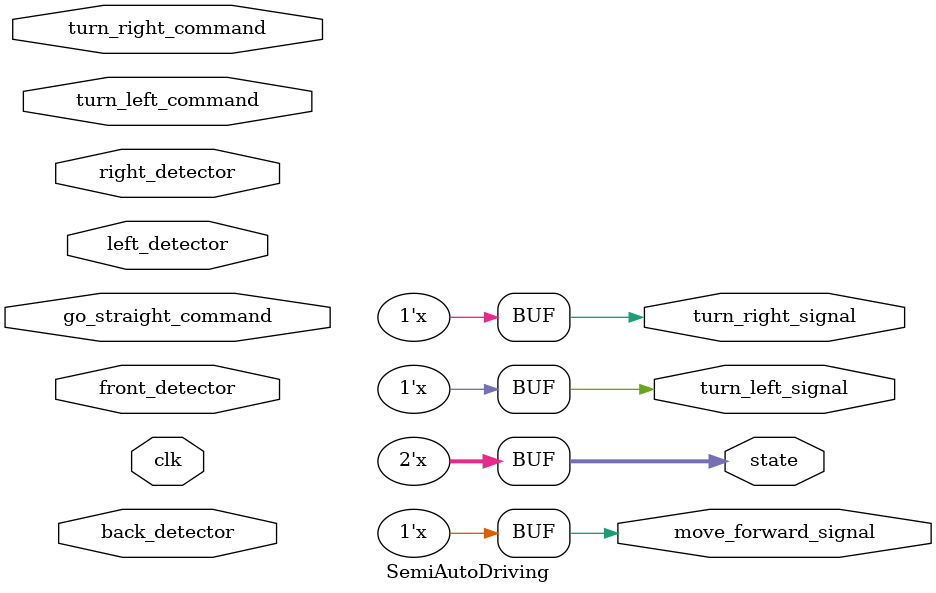
<source format=v>
`timescale 1ns / 1ps


module SemiAutoDriving(
    input clk,
    // input rst,

    input front_detector,
    input back_detector,
    input left_detector,
    input right_detector,

    input go_straight_command,
    input turn_left_command,
    input turn_right_command,

    output reg move_forward_signal,
    // output reg move_backward_signal,
    output reg turn_left_signal,
    output reg turn_right_signal,
    // output reg [3:0] answer,//左转，右转，后退，前进

    output reg [1:0]state
);
// reg[1:0] state;
//Wait-for-command,Turn-Left,Turn-Right,Moving
//00,01,10,11

// move_backward_signal=1b'0;
reg clk_50Hz;
reg[31:0] cnt;
clk_div_50HZ clk50(.sys_clk(clk),.turning_clk(clk_50Hz));
reg[1:0] turning;
//00没在转向，01正在左转，10正在右转，11转向结束

always @ (posedge clk) begin
    case(state)
        2'b11: case({front_detector,left_detector,right_detector})
                    3'b000: state<=2'b00;
                    3'b100: state<=2'b00;
                    3'b010: state<=2'b00;
                    3'b001: state<=2'b00;
                    default: {move_forward_signal,turn_left_signal,turn_right_signal}=3'b100;
                endcase
        2'b01: if(cnt==32'b1_000_000) begin
                    state=2'b11;
                    cnt<=0;
                end
                else 
                    cnt<=cnt+1'b1;
        2'b10: if(cnt==32'b1_000_000) begin
                    state=2'b11;
                    cnt<=0;
                end
                else
                    cnt<=cnt+1'b1;
        2'b00: cnt<=0;
    endcase;
end

always@(posedge clk_50Hz) begin
    if(turning==2'b01) begin
        
    end
end
always @(state,go_straight_command,turn_left_command,turn_right_command) begin
    case(state)
        2'b00: case({go_straight_command,turn_left_command,turn_right_command})
                    3'b100: 
                        // {move_forward_signal,turn_left_signal,turn_right_signal}=3'b100;
                        state=2'b11;
                    3'b010: 
                        // {move_forward_signal,turn_left_signal,turn_right_signal}=3'b010;
                        state=2'b01;
                    3'b001: 
                        // {move_forward_signal,turn_left_signal,turn_right_signal}=3'b001;
                        state=2'b10;
                    // default: state=2'b00;
                endcase
        2'b01: //左转90度
            {move_forward_signal,turn_left_signal,turn_right_signal}=3'b010;
        // case({go_straight_command,turn_left_command,turn_right_command}):
        //             3b'100: {move_forward_signal,turn_left_signal,turn_right_signal}=3b'100;
        //             3b'010: {move_forward_signal,turn_left_signal,turn_right_signal}=3b'010;
        //             3b'001: {move_forward_signal,turn_left_signal,turn_right_signal}=3b'001;
        //         endcase;
        2'b10: 
            {move_forward_signal,turn_left_signal,turn_right_signal}=3'b001;
        // case({go_straight_command,turn_left_command,turn_right_command}):
                    // 3b'100: {move_forward_signal,turn_left_signal,turn_right_signal}=3b'100;
                    // 3b'010: {move_forward_signal,turn_left_signal,turn_right_signal}=3b'010;
                    // 3b'001: {move_forward_signal,turn_left_signal,turn_right_signal}=3b'001;
                // endcase;
        2'b11: {move_forward_signal,turn_left_signal,turn_right_signal}=3'b100;
    endcase

end

endmodule
</source>
